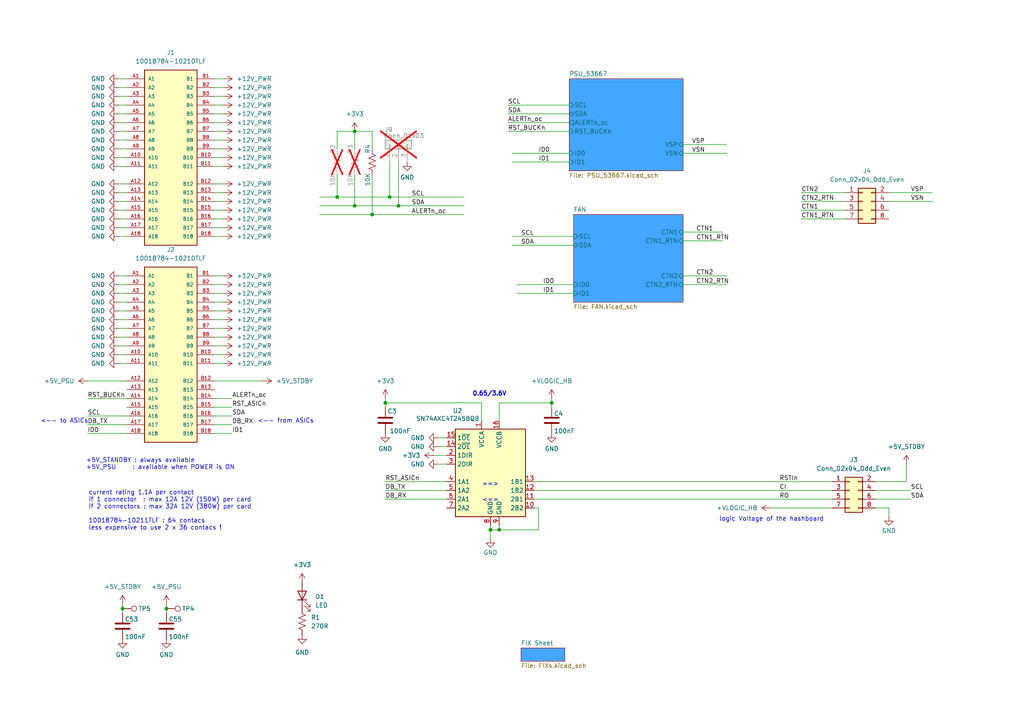
<source format=kicad_sch>
(kicad_sch (version 20231120) (generator "eeschema") (generator_version "8.0")
  (paper "A4")
  (lib_symbols
    (symbol "+3V3_1" (power) (pin_numbers hide) (pin_names (offset 0) hide)
      (property "Value" "+3V3" (at 0 3.556 0))
      (symbol "+3V3_1_0_1"
        (polyline (pts (xy -0.762 1.27) (xy 0 2.54)))
        (polyline (pts (xy 0 0) (xy 0 2.54)))
        (polyline (pts (xy 0 2.54) (xy 0.762 1.27)))
      )
      (symbol "+3V3_1_1_1"
        (pin power_in line (at 0 0 90) (length 0) (name "~") (number "1"))
      )
    )
    (symbol "10018784-10210TLF:10018784-10210TLF" (pin_names (offset 1.016))
      (property "Reference" "J" (at -7.6109 26.1679 0))
      (property "Value" "10018784-10210TLF" (at -7.6106 -28.0246 0))
      (symbol "10018784-10210TLF_0_0"
        (rectangle (start -7.62 -25.4) (end 7.62 25.4) (stroke (width 0.254)) (fill (type background)))
        (pin passive line (at -12.7 22.86 0) (length 5.08) (name "A1") (number "A1"))
        (pin passive line (at -12.7 0 0) (length 5.08) (name "A10") (number "A10"))
        (pin passive line (at -12.7 -2.54 0) (length 5.08) (name "A11") (number "A11"))
        (pin passive line (at -12.7 -7.62 0) (length 5.08) (name "A12") (number "A12"))
        (pin passive line (at -12.7 -10.16 0) (length 5.08) (name "A13") (number "A13"))
        (pin passive line (at -12.7 -12.7 0) (length 5.08) (name "A14") (number "A14"))
        (pin passive line (at -12.7 -15.24 0) (length 5.08) (name "A15") (number "A15"))
        (pin passive line (at -12.7 -17.78 0) (length 5.08) (name "A16") (number "A16"))
        (pin passive line (at -12.7 -20.32 0) (length 5.08) (name "A17") (number "A17"))
        (pin passive line (at -12.7 -22.86 0) (length 5.08) (name "A18") (number "A18"))
        (pin passive line (at -12.7 20.32 0) (length 5.08) (name "A2") (number "A2"))
        (pin passive line (at -12.7 17.78 0) (length 5.08) (name "A3") (number "A3"))
        (pin passive line (at -12.7 15.24 0) (length 5.08) (name "A4") (number "A4"))
        (pin passive line (at -12.7 12.7 0) (length 5.08) (name "A5") (number "A5"))
        (pin passive line (at -12.7 10.16 0) (length 5.08) (name "A6") (number "A6"))
        (pin passive line (at -12.7 7.62 0) (length 5.08) (name "A7") (number "A7"))
        (pin passive line (at -12.7 5.08 0) (length 5.08) (name "A8") (number "A8"))
        (pin passive line (at -12.7 2.54 0) (length 5.08) (name "A9") (number "A9"))
        (pin passive line (at 12.7 22.86 180) (length 5.08) (name "B1") (number "B1"))
        (pin passive line (at 12.7 0 180) (length 5.08) (name "B10") (number "B10"))
        (pin passive line (at 12.7 -2.54 180) (length 5.08) (name "B11") (number "B11"))
        (pin passive line (at 12.7 -7.62 180) (length 5.08) (name "B12") (number "B12"))
        (pin passive line (at 12.7 -10.16 180) (length 5.08) (name "B13") (number "B13"))
        (pin passive line (at 12.7 -12.7 180) (length 5.08) (name "B14") (number "B14"))
        (pin passive line (at 12.7 -15.24 180) (length 5.08) (name "B15") (number "B15"))
        (pin passive line (at 12.7 -17.78 180) (length 5.08) (name "B16") (number "B16"))
        (pin passive line (at 12.7 -20.32 180) (length 5.08) (name "B17") (number "B17"))
        (pin passive line (at 12.7 -22.86 180) (length 5.08) (name "B18") (number "B18"))
        (pin passive line (at 12.7 20.32 180) (length 5.08) (name "B2") (number "B2"))
        (pin passive line (at 12.7 17.78 180) (length 5.08) (name "B3") (number "B3"))
        (pin passive line (at 12.7 15.24 180) (length 5.08) (name "B4") (number "B4"))
        (pin passive line (at 12.7 12.7 180) (length 5.08) (name "B5") (number "B5"))
        (pin passive line (at 12.7 10.16 180) (length 5.08) (name "B6") (number "B6"))
        (pin passive line (at 12.7 7.62 180) (length 5.08) (name "B7") (number "B7"))
        (pin passive line (at 12.7 5.08 180) (length 5.08) (name "B8") (number "B8"))
        (pin passive line (at 12.7 2.54 180) (length 5.08) (name "B9") (number "B9"))
      )
    )
    (symbol "Connector:TestPoint" (pin_numbers hide) (pin_names (offset 0.762) hide)
      (property "Reference" "TP" (at 0 6.858 0))
      (property "Value" "TestPoint" (at 0 5.08 0))
      (symbol "TestPoint_0_1"
        (circle (center 0 3.302) (radius 0.762))
      )
      (symbol "TestPoint_1_1"
        (pin passive line (at 0 0 90) (length 2.54) (name "1") (number "1"))
      )
    )
    (symbol "Connector_Generic:Conn_01x03" (pin_names (offset 1.016) hide)
      (property "Reference" "J" (at 0 5.08 0))
      (property "Value" "Conn_01x03" (at 0 -5.08 0))
      (symbol "Conn_01x03_1_1"
        (rectangle (start -1.27 -2.413) (end 0 -2.667) (stroke (width 0.1524)))
        (rectangle (start -1.27 0.127) (end 0 -0.127) (stroke (width 0.1524)))
        (rectangle (start -1.27 2.667) (end 0 2.413) (stroke (width 0.1524)))
        (rectangle (start -1.27 3.81) (end 1.27 -3.81) (stroke (width 0.254)) (fill (type background)))
        (pin passive line (at -5.08 2.54 0) (length 3.81) (name "Pin_1") (number "1"))
        (pin passive line (at -5.08 0 0) (length 3.81) (name "Pin_2") (number "2"))
        (pin passive line (at -5.08 -2.54 0) (length 3.81) (name "Pin_3") (number "3"))
      )
    )
    (symbol "Connector_Generic:Conn_02x04_Odd_Even" (pin_names (offset 1.016) hide)
      (property "Reference" "J" (at 1.27 5.08 0))
      (property "Value" "Conn_02x04_Odd_Even" (at 1.27 -7.62 0))
      (symbol "Conn_02x04_Odd_Even_1_1"
        (rectangle (start -1.27 -4.953) (end 0 -5.207) (stroke (width 0.1524)))
        (rectangle (start -1.27 -2.413) (end 0 -2.667) (stroke (width 0.1524)))
        (rectangle (start -1.27 0.127) (end 0 -0.127) (stroke (width 0.1524)))
        (rectangle (start -1.27 2.667) (end 0 2.413) (stroke (width 0.1524)))
        (rectangle (start -1.27 3.81) (end 3.81 -6.35) (stroke (width 0.254)) (fill (type background)))
        (rectangle (start 3.81 -4.953) (end 2.54 -5.207) (stroke (width 0.1524)))
        (rectangle (start 3.81 -2.413) (end 2.54 -2.667) (stroke (width 0.1524)))
        (rectangle (start 3.81 0.127) (end 2.54 -0.127) (stroke (width 0.1524)))
        (rectangle (start 3.81 2.667) (end 2.54 2.413) (stroke (width 0.1524)))
        (pin passive line (at -5.08 2.54 0) (length 3.81) (name "Pin_1") (number "1"))
        (pin passive line (at 7.62 2.54 180) (length 3.81) (name "Pin_2") (number "2"))
        (pin passive line (at -5.08 0 0) (length 3.81) (name "Pin_3") (number "3"))
        (pin passive line (at 7.62 0 180) (length 3.81) (name "Pin_4") (number "4"))
        (pin passive line (at -5.08 -2.54 0) (length 3.81) (name "Pin_5") (number "5"))
        (pin passive line (at 7.62 -2.54 180) (length 3.81) (name "Pin_6") (number "6"))
        (pin passive line (at -5.08 -5.08 0) (length 3.81) (name "Pin_7") (number "7"))
        (pin passive line (at 7.62 -5.08 180) (length 3.81) (name "Pin_8") (number "8"))
      )
    )
    (symbol "Device:C" (pin_numbers hide) (pin_names (offset 0.254))
      (property "Reference" "C" (at 0.635 2.54 0))
      (property "Value" "C" (at 0.635 -2.54 0))
      (symbol "C_0_1"
        (polyline (pts (xy -2.032 -0.762) (xy 2.032 -0.762)) (stroke (width 0.508)))
        (polyline (pts (xy -2.032 0.762) (xy 2.032 0.762)) (stroke (width 0.508)))
      )
      (symbol "C_1_1"
        (pin passive line (at 0 3.81 270) (length 2.794) (name "~") (number "1"))
        (pin passive line (at 0 -3.81 90) (length 2.794) (name "~") (number "2"))
      )
    )
    (symbol "Device:LED" (pin_numbers hide) (pin_names (offset 1.016) hide)
      (property "Reference" "D" (at 0 2.54 0))
      (property "Value" "LED" (at 0 -2.54 0))
      (symbol "LED_0_1"
        (polyline (pts (xy -1.27 -1.27) (xy -1.27 1.27)) (stroke (width 0.254)))
        (polyline (pts (xy -1.27 0) (xy 1.27 0)))
        (polyline (pts (xy 1.27 -1.27) (xy 1.27 1.27) (xy -1.27 0) (xy 1.27 -1.27)) (stroke (width 0.254)))
        (polyline (pts (xy -3.048 -0.762) (xy -4.572 -2.286) (xy -3.81 -2.286) (xy -4.572 -2.286) (xy -4.572 -1.524)))
        (polyline (pts (xy -1.778 -0.762) (xy -3.302 -2.286) (xy -2.54 -2.286) (xy -3.302 -2.286) (xy -3.302 -1.524)))
      )
      (symbol "LED_1_1"
        (pin passive line (at -3.81 0 0) (length 2.54) (name "K") (number "1"))
        (pin passive line (at 3.81 0 180) (length 2.54) (name "A") (number "2"))
      )
    )
    (symbol "Device:R_US" (pin_numbers hide) (pin_names (offset 0))
      (property "Reference" "R" (at 2.54 0 90))
      (property "Value" "R_US" (at -2.54 0 90))
      (symbol "R_US_0_1"
        (polyline (pts (xy 0 -2.286) (xy 0 -2.54)))
        (polyline (pts (xy 0 2.286) (xy 0 2.54)))
        (polyline (pts (xy 0 -0.762) (xy 1.016 -1.143) (xy 0 -1.524) (xy -1.016 -1.905) (xy 0 -2.286)))
        (polyline (pts (xy 0 0.762) (xy 1.016 0.381) (xy 0 0) (xy -1.016 -0.381) (xy 0 -0.762)))
        (polyline (pts (xy 0 2.286) (xy 1.016 1.905) (xy 0 1.524) (xy -1.016 1.143) (xy 0 0.762)))
      )
      (symbol "R_US_1_1"
        (pin passive line (at 0 3.81 270) (length 1.27) (name "~") (number "1"))
        (pin passive line (at 0 -3.81 90) (length 1.27) (name "~") (number "2"))
      )
    )
    (symbol "EKO_Miner_ASIClib:SN74AXC4T245BQB"
      (property "Reference" "U" (at 6.604 16.002 0))
      (property "Value" "SN74AXC4T245BQB" (at 14.986 13.97 0))
      (symbol "SN74AXC4T245BQB_0_1"
        (rectangle (start -10.16 12.7) (end 10.16 -12.7) (stroke (width 0.254)) (fill (type background)))
      )
      (symbol "SN74AXC4T245BQB_1_1"
        (pin power_in line (at -2.54 15.24 270) (length 2.54) (name "VCCA") (number "1"))
        (pin bidirectional line (at 12.7 -10.16 180) (length 2.54) (name "2B2") (number "10"))
        (pin bidirectional line (at 12.7 -7.62 180) (length 2.54) (name "2B1") (number "11"))
        (pin bidirectional line (at 12.7 -5.08 180) (length 2.54) (name "1B2") (number "12"))
        (pin bidirectional line (at 12.7 -2.54 180) (length 2.54) (name "1B1") (number "13"))
        (pin input line (at -12.7 7.62 0) (length 2.54) (name "2~{OE}") (number "14"))
        (pin input line (at -12.7 10.16 0) (length 2.54) (name "1~{OE}") (number "15"))
        (pin power_in line (at 2.54 15.24 270) (length 2.54) (name "VCCB") (number "16"))
        (pin input line (at -12.7 5.08 0) (length 2.54) (name "1DIR") (number "2"))
        (pin input line (at -12.7 2.54 0) (length 2.54) (name "2DIR") (number "3"))
        (pin bidirectional line (at -12.7 -2.54 0) (length 2.54) (name "1A1") (number "4"))
        (pin bidirectional line (at -12.7 -5.08 0) (length 2.54) (name "1A2") (number "5"))
        (pin bidirectional line (at -12.7 -7.62 0) (length 2.54) (name "2A1") (number "6"))
        (pin bidirectional line (at -12.7 -10.16 0) (length 2.54) (name "2A2") (number "7"))
        (pin power_in line (at 0 -15.24 90) (length 2.54) (name "GND") (number "8"))
        (pin power_in line (at 2.54 -15.24 90) (length 2.54) (name "GND") (number "9"))
      )
    )
    (symbol "power:+3.3V" (power) (pin_names (offset 0))
      (property "Value" "+3.3V" (at 0 3.556 0))
      (symbol "+3.3V_0_1"
        (polyline (pts (xy -0.762 1.27) (xy 0 2.54)))
        (polyline (pts (xy 0 0) (xy 0 2.54)))
        (polyline (pts (xy 0 2.54) (xy 0.762 1.27)))
      )
      (symbol "+3.3V_1_1"
        (pin power_in line (at 0 0 90) (length 0) hide (name "+3.3V") (number "1"))
      )
    )
    (symbol "power:GND" (power) (pin_numbers hide) (pin_names (offset 0) hide)
      (property "Value" "GND" (at 0 -3.81 0))
      (symbol "GND_0_1"
        (polyline (pts (xy 0 0) (xy 0 -1.27) (xy 1.27 -1.27) (xy 0 -2.54) (xy -1.27 -1.27) (xy 0 -1.27)))
      )
      (symbol "GND_1_1"
        (pin power_in line (at 0 0 270) (length 0) (name "~") (number "1"))
      )
    )
    (symbol "power:VDD" (power) (pin_numbers hide) (pin_names (offset 0) hide)
      (property "Value" "VDD" (at 0 3.556 0))
      (symbol "VDD_0_1"
        (polyline (pts (xy -0.762 1.27) (xy 0 2.54)))
        (polyline (pts (xy 0 0) (xy 0 2.54)))
        (polyline (pts (xy 0 2.54) (xy 0.762 1.27)))
      )
      (symbol "VDD_1_1"
        (pin power_in line (at 0 0 90) (length 0) (name "~") (number "1"))
      )
    )
  )
  (junction (at 97.79 57.15))
  (junction (at 102.87 38.1))
  (junction (at 48.26 176.53))
  (junction (at 142.24 153.67))
  (junction (at 35.56 176.53))
  (junction (at 111.76 116.84))
  (junction (at 107.95 62.23))
  (junction (at 115.57 59.69))
  (junction (at 102.87 59.69))
  (junction (at 160.02 116.84))
  (junction (at 113.03 57.15))
  (junction (at 144.78 153.67))
  (wire (pts (xy 92.71 57.15) (xy 97.79 57.15)))
  (wire (pts (xy 129.54 132.08) (xy 125.73 132.08)))
  (wire (pts (xy 111.76 142.24) (xy 129.54 142.24)))
  (wire (pts (xy 62.23 33.02) (xy 64.77 33.02)))
  (wire (pts (xy 107.95 62.23) (xy 134.62 62.23)))
  (wire (pts (xy 107.95 50.8) (xy 107.95 62.23)))
  (wire (pts (xy 264.16 142.24) (xy 254 142.24)))
  (wire (pts (xy 62.23 43.18) (xy 64.77 43.18)))
  (wire (pts (xy 223.52 147.32) (xy 241.3 147.32)))
  (wire (pts (xy 25.4 110.49) (xy 36.83 110.49)))
  (wire (pts (xy 25.4 120.65) (xy 36.83 120.65)))
  (wire (pts (xy 34.29 102.87) (xy 36.83 102.87)))
  (wire (pts (xy 25.4 123.19) (xy 36.83 123.19)))
  (wire (pts (xy 64.77 92.71) (xy 62.23 92.71)))
  (wire (pts (xy 198.12 80.01) (xy 210.82 80.01)))
  (wire (pts (xy 62.23 60.96) (xy 64.77 60.96)))
  (wire (pts (xy 34.29 33.02) (xy 36.83 33.02)))
  (wire (pts (xy 148.59 68.58) (xy 166.37 68.58)))
  (wire (pts (xy 142.24 153.67) (xy 144.78 153.67)))
  (wire (pts (xy 34.29 100.33) (xy 36.83 100.33)))
  (wire (pts (xy 154.94 139.7) (xy 241.3 139.7)))
  (wire (pts (xy 264.16 144.78) (xy 254 144.78)))
  (wire (pts (xy 34.29 60.96) (xy 36.83 60.96)))
  (wire (pts (xy 34.29 87.63) (xy 36.83 87.63)))
  (wire (pts (xy 165.1 46.99) (xy 148.59 46.99)))
  (wire (pts (xy 64.77 87.63) (xy 62.23 87.63)))
  (wire (pts (xy 34.29 53.34) (xy 36.83 53.34)))
  (wire (pts (xy 34.29 45.72) (xy 36.83 45.72)))
  (wire (pts (xy 64.77 22.86) (xy 62.23 22.86)))
  (wire (pts (xy 34.29 55.88) (xy 36.83 55.88)))
  (wire (pts (xy 34.29 22.86) (xy 36.83 22.86)))
  (wire (pts (xy 198.12 41.91) (xy 210.82 41.91)))
  (wire (pts (xy 113.03 57.15) (xy 134.62 57.15)))
  (wire (pts (xy 111.76 118.11) (xy 111.76 116.84)))
  (wire (pts (xy 34.29 40.64) (xy 36.83 40.64)))
  (wire (pts (xy 111.76 144.78) (xy 129.54 144.78)))
  (wire (pts (xy 97.79 38.1) (xy 102.87 38.1)))
  (wire (pts (xy 144.78 116.84) (xy 144.78 121.92)))
  (wire (pts (xy 160.02 118.11) (xy 160.02 116.84)))
  (wire (pts (xy 34.29 90.17) (xy 36.83 90.17)))
  (wire (pts (xy 34.29 38.1) (xy 36.83 38.1)))
  (wire (pts (xy 142.24 153.67) (xy 142.24 156.21)))
  (wire (pts (xy 34.29 35.56) (xy 36.83 35.56)))
  (wire (pts (xy 62.23 110.49) (xy 76.2 110.49)))
  (wire (pts (xy 154.94 147.32) (xy 156.21 147.32)))
  (wire (pts (xy 64.77 63.5) (xy 62.23 63.5)))
  (wire (pts (xy 144.78 153.67) (xy 156.21 153.67)))
  (wire (pts (xy 198.12 69.85) (xy 209.55 69.85)))
  (wire (pts (xy 62.23 125.73) (xy 67.31 125.73)))
  (wire (pts (xy 64.77 30.48) (xy 62.23 30.48)))
  (wire (pts (xy 165.1 44.45) (xy 148.59 44.45)))
  (wire (pts (xy 64.77 45.72) (xy 62.23 45.72)))
  (wire (pts (xy 232.41 55.88) (xy 245.11 55.88)))
  (wire (pts (xy 34.29 80.01) (xy 36.83 80.01)))
  (wire (pts (xy 35.56 175.26) (xy 35.56 176.53)))
  (wire (pts (xy 115.57 46.99) (xy 115.57 59.69)))
  (wire (pts (xy 257.81 147.32) (xy 257.81 149.86)))
  (wire (pts (xy 232.41 63.5) (xy 245.11 63.5)))
  (wire (pts (xy 166.37 82.55) (xy 149.86 82.55)))
  (wire (pts (xy 34.29 27.94) (xy 36.83 27.94)))
  (wire (pts (xy 102.87 50.8) (xy 102.87 59.69)))
  (wire (pts (xy 147.32 30.48) (xy 165.1 30.48)))
  (wire (pts (xy 166.37 85.09) (xy 149.86 85.09)))
  (wire (pts (xy 62.23 25.4) (xy 64.77 25.4)))
  (wire (pts (xy 111.76 139.7) (xy 129.54 139.7)))
  (wire (pts (xy 102.87 38.1) (xy 102.87 43.18)))
  (wire (pts (xy 232.41 60.96) (xy 245.11 60.96)))
  (wire (pts (xy 34.29 97.79) (xy 36.83 97.79)))
  (wire (pts (xy 64.77 58.42) (xy 62.23 58.42)))
  (wire (pts (xy 34.29 85.09) (xy 36.83 85.09)))
  (wire (pts (xy 62.23 90.17) (xy 64.77 90.17)))
  (wire (pts (xy 62.23 120.65) (xy 67.31 120.65)))
  (wire (pts (xy 48.26 175.26) (xy 48.26 176.53)))
  (wire (pts (xy 154.94 142.24) (xy 241.3 142.24)))
  (wire (pts (xy 111.76 116.84) (xy 111.76 115.57)))
  (wire (pts (xy 129.54 129.54) (xy 127 129.54)))
  (wire (pts (xy 64.77 97.79) (xy 62.23 97.79)))
  (wire (pts (xy 257.81 58.42) (xy 270.51 58.42)))
  (wire (pts (xy 25.4 115.57) (xy 36.83 115.57)))
  (wire (pts (xy 64.77 40.64) (xy 62.23 40.64)))
  (wire (pts (xy 129.54 134.62) (xy 127 134.62)))
  (wire (pts (xy 102.87 59.69) (xy 115.57 59.69)))
  (wire (pts (xy 62.23 66.04) (xy 64.77 66.04)))
  (wire (pts (xy 62.23 115.57) (xy 67.31 115.57)))
  (wire (pts (xy 254 147.32) (xy 257.81 147.32)))
  (wire (pts (xy 142.24 152.4) (xy 142.24 153.67)))
  (wire (pts (xy 34.29 82.55) (xy 36.83 82.55)))
  (wire (pts (xy 62.23 95.25) (xy 64.77 95.25)))
  (wire (pts (xy 34.29 43.18) (xy 36.83 43.18)))
  (wire (pts (xy 62.23 105.41) (xy 64.77 105.41)))
  (wire (pts (xy 97.79 43.18) (xy 97.79 38.1)))
  (wire (pts (xy 97.79 57.15) (xy 113.03 57.15)))
  (wire (pts (xy 64.77 53.34) (xy 62.23 53.34)))
  (wire (pts (xy 147.32 35.56) (xy 165.1 35.56)))
  (wire (pts (xy 34.29 95.25) (xy 36.83 95.25)))
  (wire (pts (xy 154.94 144.78) (xy 241.3 144.78)))
  (wire (pts (xy 64.77 35.56) (xy 62.23 35.56)))
  (wire (pts (xy 198.12 67.31) (xy 209.55 67.31)))
  (wire (pts (xy 262.89 139.7) (xy 254 139.7)))
  (wire (pts (xy 34.29 58.42) (xy 36.83 58.42)))
  (wire (pts (xy 35.56 176.53) (xy 35.56 177.8)))
  (wire (pts (xy 262.89 134.62) (xy 262.89 139.7)))
  (wire (pts (xy 34.29 66.04) (xy 36.83 66.04)))
  (wire (pts (xy 111.76 116.84) (xy 139.7 116.84)))
  (wire (pts (xy 113.03 46.99) (xy 113.03 57.15)))
  (wire (pts (xy 156.21 147.32) (xy 156.21 153.67)))
  (wire (pts (xy 62.23 118.11) (xy 67.31 118.11)))
  (wire (pts (xy 147.32 33.02) (xy 165.1 33.02)))
  (wire (pts (xy 147.32 38.1) (xy 165.1 38.1)))
  (wire (pts (xy 48.26 176.53) (xy 48.26 177.8)))
  (wire (pts (xy 64.77 68.58) (xy 62.23 68.58)))
  (wire (pts (xy 198.12 44.45) (xy 210.82 44.45)))
  (wire (pts (xy 34.29 48.26) (xy 36.83 48.26)))
  (wire (pts (xy 160.02 116.84) (xy 160.02 115.57)))
  (wire (pts (xy 144.78 152.4) (xy 144.78 153.67)))
  (wire (pts (xy 139.7 121.92) (xy 139.7 116.84)))
  (wire (pts (xy 115.57 59.69) (xy 134.62 59.69)))
  (wire (pts (xy 62.23 100.33) (xy 64.77 100.33)))
  (wire (pts (xy 34.29 63.5) (xy 36.83 63.5)))
  (wire (pts (xy 257.81 55.88) (xy 270.51 55.88)))
  (wire (pts (xy 144.78 116.84) (xy 160.02 116.84)))
  (wire (pts (xy 34.29 68.58) (xy 36.83 68.58)))
  (wire (pts (xy 25.4 125.73) (xy 36.83 125.73)))
  (wire (pts (xy 62.23 38.1) (xy 64.77 38.1)))
  (wire (pts (xy 34.29 92.71) (xy 36.83 92.71)))
  (wire (pts (xy 62.23 48.26) (xy 64.77 48.26)))
  (wire (pts (xy 97.79 50.8) (xy 97.79 57.15)))
  (wire (pts (xy 198.12 82.55) (xy 210.82 82.55)))
  (wire (pts (xy 34.29 25.4) (xy 36.83 25.4)))
  (wire (pts (xy 62.23 82.55) (xy 64.77 82.55)))
  (wire (pts (xy 64.77 27.94) (xy 62.23 27.94)))
  (wire (pts (xy 62.23 55.88) (xy 64.77 55.88)))
  (wire (pts (xy 34.29 105.41) (xy 36.83 105.41)))
  (wire (pts (xy 148.59 71.12) (xy 166.37 71.12)))
  (wire (pts (xy 92.71 62.23) (xy 107.95 62.23)))
  (wire (pts (xy 62.23 123.19) (xy 67.31 123.19)))
  (wire (pts (xy 64.77 85.09) (xy 62.23 85.09)))
  (wire (pts (xy 92.71 59.69) (xy 102.87 59.69)))
  (wire (pts (xy 34.29 30.48) (xy 36.83 30.48)))
  (wire (pts (xy 107.95 38.1) (xy 107.95 43.18)))
  (wire (pts (xy 232.41 58.42) (xy 245.11 58.42)))
  (wire (pts (xy 64.77 80.01) (xy 62.23 80.01)))
  (wire (pts (xy 64.77 102.87) (xy 62.23 102.87)))
  (wire (pts (xy 127 127) (xy 129.54 127)))
  (wire (pts (xy 102.87 38.1) (xy 107.95 38.1)))
  (text "<-- from ASICs" (at 74.676 122.174 0) (effects (font (size 1.27 1.27)) (justify left)))
  (text "logic Voltage of the hashboard" (at 223.774 150.622 0) (effects (font (size 1.27 1.27))))
  (text "==>" (at 142.24 140.462 0) (effects (font (size 1.27 1.27))))
  (text "0.65/3.6V" (at 141.986 114.3 0) (effects (font (size 1.27 1.27) (bold yes))))
  (text "<==" (at 142.24 145.034 0) (effects (font (size 1.27 1.27))))
  (text "<-- to ASICs" (at 11.684 122.174 0) (effects (font (size 1.27 1.27)) (justify left)))
  (text "current rating 1.1A per contact\nif 1 connector  : max 12A 12V (150W) per card\nif 2 connectors : max 32A 12V (380W) per card\n\n10018784-10211TLF : 64 contacs\nless expensive to use 2 x 36 contacs !" (at 25.654 148.082 0) (effects (font (size 1.27 1.27)) (justify left)))
  (text "+5V_STANDBY : always available\n+5V_PSU     : available when POWER is ON" (at 24.892 134.62 0) (effects (font (size 1.27 1.27)) (justify left)))
  (label "RST_BUCKn" (at 25.4 115.57 0))
  (label "DB_RX" (at 111.76 144.78 0))
  (label "VSP" (at 264.16 55.88 0))
  (label "CTN1_RTN" (at 201.93 69.85 0))
  (label "SDA" (at 67.31 120.65 0))
  (label "SCL" (at 264.16 142.24 0))
  (label "SCL" (at 151.13 68.58 0))
  (label "RST_ASICn" (at 111.76 139.7 0))
  (label "VSP" (at 200.66 41.91 0))
  (label "ALERTn_oc" (at 147.32 35.56 0))
  (label "ALERTn_oc" (at 67.31 115.57 0))
  (label "ALERTn_oc" (at 119.38 62.23 0))
  (label "ID1" (at 156.21 46.99 0))
  (label "SCL" (at 25.4 120.65 0))
  (label "SDA" (at 147.32 33.02 0))
  (label "VSN" (at 200.66 44.45 0))
  (label "ID1" (at 157.48 85.09 0))
  (label "DB_TX" (at 111.76 142.24 0))
  (label "SCL" (at 119.38 57.15 0))
  (label "CTN1_RTN" (at 232.41 63.5 0))
  (label "ID1" (at 67.31 125.73 0))
  (label "CTN2_RTN" (at 232.41 58.42 0))
  (label "RST_ASICn" (at 67.31 118.11 0))
  (label "ID0" (at 25.4 125.73 0))
  (label "ID0" (at 157.48 82.55 0))
  (label "RSTIn" (at 226.06 139.7 0))
  (label "RST_BUCKn" (at 147.32 38.1 0))
  (label "CTN1" (at 232.41 60.96 0))
  (label "SDA" (at 119.38 59.69 0))
  (label "RO" (at 226.06 144.78 0))
  (label "SDA" (at 264.16 144.78 0))
  (label "CI" (at 226.06 142.24 0))
  (label "CTN2" (at 201.93 80.01 0))
  (label "DB_RX" (at 67.31 123.19 0))
  (label "ID0" (at 156.21 44.45 0))
  (label "CTN1" (at 201.93 67.31 0))
  (label "DB_TX" (at 25.4 123.19 0))
  (label "VSN" (at 264.16 58.42 0))
  (label "SDA" (at 151.13 71.12 0))
  (label "SCL" (at 147.32 30.48 0))
  (label "CTN2" (at 232.41 55.88 0))
  (label "CTN2_RTN" (at 201.93 82.55 0))
  (symbol (lib_id "power:+3.3V") (at 64.77 22.86 270) (unit 1)
    (property "Reference" "#PWR033" (effects (hide yes)))
    (property "Value" "+12V_PWR" (at 68.58 22.8599 90) (effects (justify left)))
  )
  (symbol (lib_id "Connector_Generic:Conn_02x04_Odd_Even") (at 250.19 58.42 0) (unit 1)
    (property "Reference" "J4" (at 251.46 49.53 0))
    (property "Value" "Conn_02x04_Odd_Even" (at 251.46 52.07 0))
    (property "Footprint" "Connector_Wuerth:Wuerth_WR-PHD_610008243021_SMD_2x04_P2.54mm_Vertical" (effects (hide yes)))
    (property "Description" "Generic connector, double row, 02x04, odd/even pin numbering scheme (row 1 odd numbers, row 2 even numbers), script generated (kicad-library-utils/schlib/autogen/connector/)" (effects (hide yes)))
  )
  (symbol (lib_id "power:GND") (at 34.29 48.26 270) (unit 1)
    (property "Reference" "#PWR012" (effects (hide yes)))
    (property "Value" "GND" (at 30.48 48.2599 90) (effects (justify right)))
    (property "Description" "Power symbol creates a global label with name \"GND\" , ground" (effects (hide yes)))
  )
  (symbol (lib_id "power:+3.3V") (at 64.77 27.94 270) (unit 1)
    (property "Reference" "#PWR035" (effects (hide yes)))
    (property "Value" "+12V_PWR" (at 68.58 27.9399 90) (effects (justify left)))
  )
  (symbol (lib_id "power:GND") (at 34.29 27.94 270) (unit 1)
    (property "Reference" "#PWR04" (effects (hide yes)))
    (property "Value" "GND" (at 30.48 27.9399 90) (effects (justify right)))
    (property "Description" "Power symbol creates a global label with name \"GND\" , ground" (effects (hide yes)))
  )
  (symbol (lib_id "power:GND") (at 34.29 25.4 270) (unit 1)
    (property "Reference" "#PWR03" (effects (hide yes)))
    (property "Value" "GND" (at 30.48 25.3999 90) (effects (justify right)))
    (property "Description" "Power symbol creates a global label with name \"GND\" , ground" (effects (hide yes)))
  )
  (symbol (lib_id "power:+3.3V") (at 64.77 60.96 270) (unit 1)
    (property "Reference" "#PWR047" (effects (hide yes)))
    (property "Value" "+12V_PWR" (at 68.58 60.9599 90) (effects (justify left)))
  )
  (symbol (lib_id "power:GND") (at 34.29 63.5 270) (unit 1)
    (property "Reference" "#PWR017" (effects (hide yes)))
    (property "Value" "GND" (at 30.48 63.4999 90) (effects (justify right)))
    (property "Description" "Power symbol creates a global label with name \"GND\" , ground" (effects (hide yes)))
  )
  (symbol (lib_id "power:+3.3V") (at 64.77 90.17 270) (unit 1)
    (property "Reference" "#PWR055" (effects (hide yes)))
    (property "Value" "+12V_PWR" (at 68.58 90.1699 90) (effects (justify left)))
  )
  (symbol (lib_id "power:+3.3V") (at 48.26 175.26 0) (unit 1)
    (property "Reference" "#PWR0130" (effects (hide yes)))
    (property "Value" "+5V_PSU" (at 48.26 170.18 0))
  )
  (symbol (lib_id "power:GND") (at 34.29 100.33 270) (unit 1)
    (property "Reference" "#PWR028" (effects (hide yes)))
    (property "Value" "GND" (at 30.48 100.3299 90) (effects (justify right)))
    (property "Description" "Power symbol creates a global label with name \"GND\" , ground" (effects (hide yes)))
  )
  (symbol (lib_id "power:GND") (at 34.29 33.02 270) (unit 1)
    (property "Reference" "#PWR06" (effects (hide yes)))
    (property "Value" "GND" (at 30.48 33.0199 90) (effects (justify right)))
    (property "Description" "Power symbol creates a global label with name \"GND\" , ground" (effects (hide yes)))
  )
  (symbol (lib_id "power:GND") (at 34.29 58.42 270) (unit 1)
    (property "Reference" "#PWR015" (effects (hide yes)))
    (property "Value" "GND" (at 30.48 58.4199 90) (effects (justify right)))
    (property "Description" "Power symbol creates a global label with name \"GND\" , ground" (effects (hide yes)))
  )
  (symbol (lib_id "power:GND") (at 111.76 125.73 0) (mirror y) (unit 1)
    (property "Reference" "#PWR070" (effects (hide yes)))
    (property "Value" "GND" (at 111.76 130.175 0))
  )
  (symbol (lib_id "power:GND") (at 257.81 149.86 0) (mirror y) (unit 1)
    (property "Reference" "#PWR080" (effects (hide yes)))
    (property "Value" "GND" (at 257.81 153.924 0))
    (property "Description" "Power symbol creates a global label with name \"GND\" , ground" (effects (hide yes)))
  )
  (symbol (lib_id "power:+3.3V") (at 262.89 134.62 0) (mirror y) (unit 1)
    (property "Reference" "#PWR081" (effects (hide yes)))
    (property "Value" "+5V_STDBY" (at 262.89 129.54 0))
  )
  (symbol (lib_id "power:GND") (at 127 134.62 270) (mirror x) (unit 1)
    (property "Reference" "#PWR075" (effects (hide yes)))
    (property "Value" "GND" (at 123.19 134.6199 90) (effects (justify right)))
  )
  (symbol (lib_id "power:+3.3V") (at 64.77 48.26 270) (unit 1)
    (property "Reference" "#PWR043" (effects (hide yes)))
    (property "Value" "+12V_PWR" (at 68.58 48.2599 90) (effects (justify left)))
  )
  (symbol (lib_id "power:GND") (at 48.26 185.42 0) (mirror y) (unit 1)
    (property "Reference" "#PWR0127" (effects (hide yes)))
    (property "Value" "GND" (at 48.26 189.865 0))
  )
  (symbol (lib_id "power:GND") (at 34.29 30.48 270) (unit 1)
    (property "Reference" "#PWR05" (effects (hide yes)))
    (property "Value" "GND" (at 30.48 30.4799 90) (effects (justify right)))
    (property "Description" "Power symbol creates a global label with name \"GND\" , ground" (effects (hide yes)))
  )
  (symbol (lib_id "power:+3.3V") (at 64.77 25.4 270) (unit 1)
    (property "Reference" "#PWR034" (effects (hide yes)))
    (property "Value" "+12V_PWR" (at 68.58 25.3999 90) (effects (justify left)))
  )
  (symbol (lib_id "power:+3.3V") (at 64.77 58.42 270) (unit 1)
    (property "Reference" "#PWR046" (effects (hide yes)))
    (property "Value" "+12V_PWR" (at 68.58 58.4199 90) (effects (justify left)))
  )
  (symbol (lib_id "power:+3.3V") (at 64.77 85.09 270) (unit 1)
    (property "Reference" "#PWR053" (effects (hide yes)))
    (property "Value" "+12V_PWR" (at 68.58 85.0899 90) (effects (justify left)))
  )
  (symbol (lib_id "power:+3.3V") (at 64.77 33.02 270) (unit 1)
    (property "Reference" "#PWR037" (effects (hide yes)))
    (property "Value" "+12V_PWR" (at 68.58 33.0199 90) (effects (justify left)))
  )
  (symbol (lib_id "Device:R_US") (at 107.95 46.99 180) (unit 1)
    (property "Reference" "R4" (at 106.68 43.18 90))
    (property "Value" "10K" (at 106.68 52.07 90))
    (property "Footprint" "Resistor_SMD:R_0805_2012Metric" (effects (hide yes)))
  )
  (symbol (lib_id "power:GND") (at 87.63 184.15 0) (unit 1)
    (property "Reference" "#PWR067" (effects (hide yes)))
    (property "Value" "GND" (at 87.63 189.23 0))
    (property "Description" "Power symbol creates a global label with name \"GND\" , ground" (effects (hide yes)))
  )
  (symbol (lib_id "power:+3.3V") (at 64.77 87.63 270) (unit 1)
    (property "Reference" "#PWR054" (effects (hide yes)))
    (property "Value" "+12V_PWR" (at 68.58 87.6299 90) (effects (justify left)))
  )
  (symbol (lib_id "power:+3.3V") (at 64.77 66.04 270) (unit 1)
    (property "Reference" "#PWR049" (effects (hide yes)))
    (property "Value" "+12V_PWR" (at 68.58 66.0399 90) (effects (justify left)))
  )
  (symbol (lib_id "Device:C") (at 160.02 121.92 0) (unit 1)
    (property "Reference" "C4" (at 160.655 120.65 0) (effects (justify left bottom)))
    (property "Value" "100nF" (at 160.655 125.73 0) (effects (justify left bottom)))
    (property "Footprint" "Capacitor_SMD:C_0805_2012Metric" (effects (hide yes)))
    (property "P/N MOUSER" "791-SH21B104K101CT" (effects (hide yes)))
  )
  (symbol (lib_id "power:GND") (at 34.29 55.88 270) (unit 1)
    (property "Reference" "#PWR014" (effects (hide yes)))
    (property "Value" "GND" (at 30.48 55.8799 90) (effects (justify right)))
    (property "Description" "Power symbol creates a global label with name \"GND\" , ground" (effects (hide yes)))
  )
  (symbol (lib_id "Connector_Generic:Conn_02x04_Odd_Even") (at 246.38 142.24 0) (unit 1)
    (property "Reference" "J3" (at 247.65 133.35 0))
    (property "Value" "Conn_02x04_Odd_Even" (at 247.65 135.89 0))
    (property "Footprint" "Connector_Wuerth:Wuerth_WR-PHD_610008243021_SMD_2x04_P2.54mm_Vertical" (effects (hide yes)))
    (property "Description" "Generic connector, double row, 02x04, odd/even pin numbering scheme (row 1 odd numbers, row 2 even numbers), script generated (kicad-library-utils/schlib/autogen/connector/)" (effects (hide yes)))
  )
  (symbol (lib_id "power:+3.3V") (at 64.77 40.64 270) (unit 1)
    (property "Reference" "#PWR040" (effects (hide yes)))
    (property "Value" "+12V_PWR" (at 68.58 40.6399 90) (effects (justify left)))
  )
  (symbol (lib_id "Connector_Generic:Conn_01x03") (at 115.57 41.91 90) (unit 1) (dnp yes)
    (property "Reference" "J9" (at 111.506 37.592 90) (effects (justify right)))
    (property "Value" "Conn_01x03" (at 111.252 39.37 90) (effects (justify right)))
    (property "Footprint" "Connector_PinHeader_2.54mm:PinHeader_1x03_P2.54mm_Vertical" (effects (hide yes)))
    (property "Description" "Generic connector, single row, 01x03, script generated (kicad-library-utils/schlib/autogen/connector/)" (effects (hide yes)))
  )
  (symbol (lib_id "power:GND") (at 34.29 80.01 270) (unit 1)
    (property "Reference" "#PWR020" (effects (hide yes)))
    (property "Value" "GND" (at 30.48 80.0099 90) (effects (justify right)))
    (property "Description" "Power symbol creates a global label with name \"GND\" , ground" (effects (hide yes)))
  )
  (symbol (lib_id "power:+3.3V") (at 64.77 38.1 270) (unit 1)
    (property "Reference" "#PWR039" (effects (hide yes)))
    (property "Value" "+12V_PWR" (at 68.58 38.0999 90) (effects (justify left)))
  )
  (symbol (lib_id "power:+3.3V") (at 64.77 45.72 270) (unit 1)
    (property "Reference" "#PWR042" (effects (hide yes)))
    (property "Value" "+12V_PWR" (at 68.58 45.7199 90) (effects (justify left)))
  )
  (symbol (lib_id "Connector:TestPoint") (at 35.56 176.53 270) (mirror x) (unit 1) (in_bom no)
    (property "Reference" "TP5" (at 41.91 176.53 90))
    (property "Value" "TestPoint" (effects (hide yes)))
    (property "Footprint" "TestPoint:TestPoint_Pad_D1.0mm" (effects (hide yes)))
  )
  (symbol (lib_id "Device:R_US") (at 87.63 180.34 180) (unit 1)
    (property "Reference" "R1" (at 90.17 179.0699 0) (effects (justify right)))
    (property "Value" "270R" (at 90.17 181.6099 0) (effects (justify right)))
    (property "Footprint" "Resistor_SMD:R_0805_2012Metric" (effects (hide yes)))
  )
  (symbol (lib_id "power:+3.3V") (at 64.77 95.25 270) (unit 1)
    (property "Reference" "#PWR057" (effects (hide yes)))
    (property "Value" "+12V_PWR" (at 68.58 95.2499 90) (effects (justify left)))
  )
  (symbol (lib_id "Device:LED") (at 87.63 172.72 90) (unit 1)
    (property "Reference" "D1" (at 91.44 173.0374 90) (effects (justify right)))
    (property "Value" "LED" (at 91.44 175.5774 90) (effects (justify right)))
    (property "Footprint" "LED_SMD:LED_0805_2012Metric_Pad1.15x1.40mm_HandSolder" (effects (hide yes)))
    (property "Description" "Light emitting diode" (effects (hide yes)))
  )
  (symbol (lib_id "power:GND") (at 35.56 185.42 0) (mirror y) (unit 1)
    (property "Reference" "#PWR0129" (effects (hide yes)))
    (property "Value" "GND" (at 35.56 189.865 0))
  )
  (symbol (lib_id "power:GND") (at 34.29 60.96 270) (unit 1)
    (property "Reference" "#PWR016" (effects (hide yes)))
    (property "Value" "GND" (at 30.48 60.9599 90) (effects (justify right)))
    (property "Description" "Power symbol creates a global label with name \"GND\" , ground" (effects (hide yes)))
  )
  (symbol (lib_id "Connector:TestPoint") (at 48.26 176.53 270) (mirror x) (unit 1) (in_bom no)
    (property "Reference" "TP4" (at 54.61 176.53 90))
    (property "Value" "TestPoint" (effects (hide yes)))
    (property "Footprint" "TestPoint:TestPoint_Pad_D1.0mm" (effects (hide yes)))
  )
  (symbol (lib_name "+3V3_1") (lib_id "power:+3V3") (at 87.63 168.91 0) (mirror y) (unit 1)
    (property "Reference" "#PWR066" (effects (hide yes)))
    (property "Value" "+3V3" (at 87.63 163.83 0))
    (property "Description" "Power symbol creates a global label with name \"+3V3\"" (effects (hide yes)))
  )
  (symbol (lib_id "Device:C") (at 35.56 181.61 0) (unit 1)
    (property "Reference" "C53" (at 36.195 180.34 0) (effects (justify left bottom)))
    (property "Value" "100nF" (at 36.195 185.42 0) (effects (justify left bottom)))
    (property "Footprint" "Capacitor_SMD:C_0805_2012Metric" (effects (hide yes)))
    (property "P/N MOUSER" "791-SH21B104K101CT" (effects (hide yes)))
  )
  (symbol (lib_id "power:GND") (at 127 129.54 270) (mirror x) (unit 1)
    (property "Reference" "#PWR074" (effects (hide yes)))
    (property "Value" "GND" (at 123.19 129.5399 90) (effects (justify right)))
  )
  (symbol (lib_id "Device:R_US") (at 97.79 46.99 180) (unit 1) (dnp yes)
    (property "Reference" "R2" (at 96.52 43.18 90))
    (property "Value" "10K" (at 96.52 52.07 90))
    (property "Footprint" "Resistor_SMD:R_0805_2012Metric" (effects (hide yes)))
  )
  (symbol (lib_id "power:GND") (at 34.29 90.17 270) (unit 1)
    (property "Reference" "#PWR024" (effects (hide yes)))
    (property "Value" "GND" (at 30.48 90.1699 90) (effects (justify right)))
    (property "Description" "Power symbol creates a global label with name \"GND\" , ground" (effects (hide yes)))
  )
  (symbol (lib_id "power:+3.3V") (at 64.77 53.34 270) (unit 1)
    (property "Reference" "#PWR044" (effects (hide yes)))
    (property "Value" "+12V_PWR" (at 68.58 53.3399 90) (effects (justify left)))
  )
  (symbol (lib_id "power:+3.3V") (at 76.2 110.49 270) (unit 1)
    (property "Reference" "#PWR063" (effects (hide yes)))
    (property "Value" "+5V_STDBY" (at 80.01 110.4899 90) (effects (justify left)))
  )
  (symbol (lib_id "power:+3.3V") (at 64.77 80.01 270) (unit 1)
    (property "Reference" "#PWR051" (effects (hide yes)))
    (property "Value" "+12V_PWR" (at 68.58 80.0099 90) (effects (justify left)))
  )
  (symbol (lib_id "power:+3.3V") (at 64.77 68.58 270) (unit 1)
    (property "Reference" "#PWR050" (effects (hide yes)))
    (property "Value" "+12V_PWR" (at 68.58 68.5799 90) (effects (justify left)))
  )
  (symbol (lib_id "power:GND") (at 34.29 35.56 270) (unit 1)
    (property "Reference" "#PWR07" (effects (hide yes)))
    (property "Value" "GND" (at 30.48 35.5599 90) (effects (justify right)))
    (property "Description" "Power symbol creates a global label with name \"GND\" , ground" (effects (hide yes)))
  )
  (symbol (lib_id "power:GND") (at 142.24 156.21 0) (unit 1)
    (property "Reference" "#PWR076" (effects (hide yes)))
    (property "Value" "GND" (at 142.24 160.274 0))
    (property "Description" "Power symbol creates a global label with name \"GND\" , ground" (effects (hide yes)))
  )
  (symbol (lib_name "+3V3_1") (lib_id "power:+3V3") (at 111.76 115.57 0) (mirror y) (unit 1)
    (property "Reference" "#PWR031" (effects (hide yes)))
    (property "Value" "+3V3" (at 111.76 110.49 0))
    (property "Description" "Power symbol creates a global label with name \"+3V3\"" (effects (hide yes)))
  )
  (symbol (lib_id "power:+3.3V") (at 64.77 82.55 270) (unit 1)
    (property "Reference" "#PWR052" (effects (hide yes)))
    (property "Value" "+12V_PWR" (at 68.58 82.5499 90) (effects (justify left)))
  )
  (symbol (lib_id "power:GND") (at 34.29 92.71 270) (unit 1)
    (property "Reference" "#PWR025" (effects (hide yes)))
    (property "Value" "GND" (at 30.48 92.7099 90) (effects (justify right)))
    (property "Description" "Power symbol creates a global label with name \"GND\" , ground" (effects (hide yes)))
  )
  (symbol (lib_id "power:VDD") (at 160.02 115.57 0) (unit 1)
    (property "Reference" "#PWR077" (effects (hide yes)))
    (property "Value" "+VLOGIC_HB" (at 160.02 110.49 0))
    (property "Description" "Power symbol creates a global label with name \"VDD\"" (effects (hide yes)))
  )
  (symbol (lib_id "power:+3.3V") (at 64.77 55.88 270) (unit 1)
    (property "Reference" "#PWR045" (effects (hide yes)))
    (property "Value" "+12V_PWR" (at 68.58 55.8799 90) (effects (justify left)))
  )
  (symbol (lib_id "Device:R_US") (at 102.87 46.99 180) (unit 1) (dnp yes)
    (property "Reference" "R3" (at 101.6 43.18 90))
    (property "Value" "10K" (at 101.6 52.07 90))
    (property "Footprint" "Resistor_SMD:R_0805_2012Metric" (effects (hide yes)))
  )
  (symbol (lib_id "power:+3.3V") (at 64.77 100.33 270) (unit 1)
    (property "Reference" "#PWR059" (effects (hide yes)))
    (property "Value" "+12V_PWR" (at 68.58 100.3299 90) (effects (justify left)))
  )
  (symbol (lib_id "power:GND") (at 34.29 97.79 270) (unit 1)
    (property "Reference" "#PWR027" (effects (hide yes)))
    (property "Value" "GND" (at 30.48 97.7899 90) (effects (justify right)))
    (property "Description" "Power symbol creates a global label with name \"GND\" , ground" (effects (hide yes)))
  )
  (symbol (lib_id "power:+3.3V") (at 64.77 92.71 270) (unit 1)
    (property "Reference" "#PWR056" (effects (hide yes)))
    (property "Value" "+12V_PWR" (at 68.58 92.7099 90) (effects (justify left)))
  )
  (symbol (lib_id "power:GND") (at 34.29 95.25 270) (unit 1)
    (property "Reference" "#PWR026" (effects (hide yes)))
    (property "Value" "GND" (at 30.48 95.2499 90) (effects (justify right)))
    (property "Description" "Power symbol creates a global label with name \"GND\" , ground" (effects (hide yes)))
  )
  (symbol (lib_id "power:+3.3V") (at 64.77 105.41 270) (unit 1)
    (property "Reference" "#PWR061" (effects (hide yes)))
    (property "Value" "+12V_PWR" (at 68.58 105.4099 90) (effects (justify left)))
  )
  (symbol (lib_id "power:GND") (at 34.29 66.04 270) (unit 1)
    (property "Reference" "#PWR018" (effects (hide yes)))
    (property "Value" "GND" (at 30.48 66.0399 90) (effects (justify right)))
    (property "Description" "Power symbol creates a global label with name \"GND\" , ground" (effects (hide yes)))
  )
  (symbol (lib_id "power:GND") (at 160.02 125.73 0) (mirror y) (unit 1)
    (property "Reference" "#PWR078" (effects (hide yes)))
    (property "Value" "GND" (at 160.02 130.175 0))
  )
  (symbol (lib_id "power:GND") (at 34.29 68.58 270) (unit 1)
    (property "Reference" "#PWR019" (effects (hide yes)))
    (property "Value" "GND" (at 30.48 68.5799 90) (effects (justify right)))
    (property "Description" "Power symbol creates a global label with name \"GND\" , ground" (effects (hide yes)))
  )
  (symbol (lib_id "power:GND") (at 127 127 270) (mirror x) (unit 1)
    (property "Reference" "#PWR073" (effects (hide yes)))
    (property "Value" "GND" (at 123.19 126.9999 90) (effects (justify right)))
  )
  (symbol (lib_id "power:GND") (at 34.29 87.63 270) (unit 1)
    (property "Reference" "#PWR023" (effects (hide yes)))
    (property "Value" "GND" (at 30.48 87.6299 90) (effects (justify right)))
    (property "Description" "Power symbol creates a global label with name \"GND\" , ground" (effects (hide yes)))
  )
  (symbol (lib_id "power:GND") (at 34.29 105.41 270) (unit 1)
    (property "Reference" "#PWR030" (effects (hide yes)))
    (property "Value" "GND" (at 30.48 105.4099 90) (effects (justify right)))
    (property "Description" "Power symbol creates a global label with name \"GND\" , ground" (effects (hide yes)))
  )
  (symbol (lib_id "power:+3.3V") (at 64.77 30.48 270) (unit 1)
    (property "Reference" "#PWR036" (effects (hide yes)))
    (property "Value" "+12V_PWR" (at 68.58 30.4799 90) (effects (justify left)))
  )
  (symbol (lib_id "Device:C") (at 111.76 121.92 0) (unit 1)
    (property "Reference" "C3" (at 112.395 120.015 0) (effects (justify left bottom)))
    (property "Value" "100nF" (at 113.03 125.73 0) (effects (justify left bottom)))
    (property "Footprint" "Capacitor_SMD:C_0805_2012Metric" (effects (hide yes)))
    (property "P/N MOUSER" "791-SH21B104K101CT" (effects (hide yes)))
  )
  (symbol (lib_id "10018784-10210TLF:10018784-10210TLF") (at 49.53 102.87 0) (unit 1)
    (property "Reference" "J2" (at 49.53 72.39 0))
    (property "Value" "10018784-10210TLF" (at 49.53 74.93 0))
    (property "Footprint" "Connector_PCBEdge:BUS_PCIexpress_x1" (effects (hide yes)))
    (property "Description" "https://www.snapeda.com/parts/10018784-10210TLF/Amphenol%20ICC/datasheet/" (effects (hide yes)))
    (property "MF" "Amphenol ICC" (effects (hide yes)))
    (property "Description_1" "\n36 Position Female Connector PCI Express™ Gold 0.039 (1.00mm) Black\n" (effects (hide yes)))
    (property "Package" "None" (effects (hide yes)))
    (property "Price" "None" (effects (hide yes)))
    (property "Check_prices" "https://www.snapeda.com/parts/10018784-10210TLF/Amphenol+FCI/view-part/?ref=eda" (effects (hide yes)))
    (property "STANDARD" "Manufacturer Recommendations" (effects (hide yes)))
    (property "PARTREV" "S" (effects (hide yes)))
    (property "MP" "10018784-10210TLF" (effects (hide yes)))
    (property "Purchase-URL" "https://www.snapeda.com/api/url_track_click_mouser/?unipart_id=520950&manufacturer=Amphenol ICC&part_name=10018784-10210TLF&search_term=10018784-10210tlf" (effects (hide yes)))
  )
  (symbol (lib_id "10018784-10210TLF:10018784-10210TLF") (at 49.53 45.72 0) (unit 1)
    (property "Reference" "J1" (at 49.53 15.24 0))
    (property "Value" "10018784-10210TLF" (at 49.53 17.78 0))
    (property "Footprint" "Connector_PCBEdge:BUS_PCIexpress_x1" (effects (hide yes)))
    (property "Description" "https://www.snapeda.com/parts/10018784-10210TLF/Amphenol%20ICC/datasheet/" (effects (hide yes)))
    (property "MF" "Amphenol ICC" (effects (hide yes)))
    (property "Description_1" "\n36 Position Female Connector PCI Express™ Gold 0.039 (1.00mm) Black\n" (effects (hide yes)))
    (property "Package" "None" (effects (hide yes)))
    (property "Price" "None" (effects (hide yes)))
    (property "Check_prices" "https://www.snapeda.com/parts/10018784-10210TLF/Amphenol+FCI/view-part/?ref=eda" (effects (hide yes)))
    (property "STANDARD" "Manufacturer Recommendations" (effects (hide yes)))
    (property "PARTREV" "S" (effects (hide yes)))
    (property "MP" "10018784-10210TLF" (effects (hide yes)))
    (property "Purchase-URL" "https://www.snapeda.com/api/url_track_click_mouser/?unipart_id=520950&manufacturer=Amphenol ICC&part_name=10018784-10210TLF&search_term=10018784-10210tlf" (effects (hide yes)))
  )
  (symbol (lib_id "power:GND") (at 118.11 46.99 0) (mirror y) (unit 1)
    (property "Reference" "#PWR071" (effects (hide yes)))
    (property "Value" "GND" (at 118.11 51.435 0))
  )
  (symbol (lib_id "power:GND") (at 34.29 43.18 270) (unit 1)
    (property "Reference" "#PWR010" (effects (hide yes)))
    (property "Value" "GND" (at 30.48 43.1799 90) (effects (justify right)))
    (property "Description" "Power symbol creates a global label with name \"GND\" , ground" (effects (hide yes)))
  )
  (symbol (lib_id "power:GND") (at 34.29 53.34 270) (unit 1)
    (property "Reference" "#PWR013" (effects (hide yes)))
    (property "Value" "GND" (at 30.48 53.3399 90) (effects (justify right)))
    (property "Description" "Power symbol creates a global label with name \"GND\" , ground" (effects (hide yes)))
  )
  (symbol (lib_id "power:VDD") (at 223.52 147.32 90) (unit 1)
    (property "Reference" "#PWR079" (effects (hide yes)))
    (property "Value" "+VLOGIC_HB" (at 219.71 147.3199 90) (effects (justify left)))
    (property "Description" "Power symbol creates a global label with name \"VDD\"" (effects (hide yes)))
  )
  (symbol (lib_id "power:GND") (at 34.29 102.87 270) (unit 1)
    (property "Reference" "#PWR029" (effects (hide yes)))
    (property "Value" "GND" (at 30.48 102.8699 90) (effects (justify right)))
    (property "Description" "Power symbol creates a global label with name \"GND\" , ground" (effects (hide yes)))
  )
  (symbol (lib_id "power:+3.3V") (at 64.77 43.18 270) (unit 1)
    (property "Reference" "#PWR041" (effects (hide yes)))
    (property "Value" "+12V_PWR" (at 68.58 43.1799 90) (effects (justify left)))
  )
  (symbol (lib_id "power:+3.3V") (at 64.77 63.5 270) (unit 1)
    (property "Reference" "#PWR048" (effects (hide yes)))
    (property "Value" "+12V_PWR" (at 68.58 63.4999 90) (effects (justify left)))
  )
  (symbol (lib_id "power:GND") (at 34.29 22.86 270) (unit 1)
    (property "Reference" "#PWR02" (effects (hide yes)))
    (property "Value" "GND" (at 30.48 22.8599 90) (effects (justify right)))
    (property "Description" "Power symbol creates a global label with name \"GND\" , ground" (effects (hide yes)))
  )
  (symbol (lib_id "EKO_Miner_ASIClib:SN74AXC4T245BQB") (at 142.24 137.16 0) (unit 1)
    (property "Reference" "U2" (at 131.318 119.126 0) (effects (justify left)))
    (property "Value" "SN74AXC4T245BQB" (at 120.65 121.412 0) (effects (justify left)))
    (property "Footprint" "EKO_Miner_ASIClib:QFN50P350X250X80-17N" (effects (hide yes)))
    (property "Datasheet" "https://www.ti.com/lit/ds/symlink/sn74avc4t245.pdf" (effects (hide yes)))
    (property "Description" "4-Bit Dual-Supply Bus Transceiver With Configurable Voltage Translation and 3-State Outputs, WQFN16" (effects (hide yes)))
  )
  (symbol (lib_id "Device:C") (at 48.26 181.61 0) (unit 1)
    (property "Reference" "C55" (at 48.895 180.34 0) (effects (justify left bottom)))
    (property "Value" "100nF" (at 48.895 185.42 0) (effects (justify left bottom)))
    (property "Footprint" "Capacitor_SMD:C_0805_2012Metric" (effects (hide yes)))
    (property "P/N MOUSER" "791-SH21B104K101CT" (effects (hide yes)))
  )
  (symbol (lib_id "power:GND") (at 34.29 38.1 270) (unit 1)
    (property "Reference" "#PWR08" (effects (hide yes)))
    (property "Value" "GND" (at 30.48 38.0999 90) (effects (justify right)))
    (property "Description" "Power symbol creates a global label with name \"GND\" , ground" (effects (hide yes)))
  )
  (symbol (lib_id "power:+3.3V") (at 64.77 97.79 270) (unit 1)
    (property "Reference" "#PWR058" (effects (hide yes)))
    (property "Value" "+12V_PWR" (at 68.58 97.7899 90) (effects (justify left)))
  )
  (symbol (lib_id "power:GND") (at 34.29 45.72 270) (unit 1)
    (property "Reference" "#PWR011" (effects (hide yes)))
    (property "Value" "GND" (at 30.48 45.7199 90) (effects (justify right)))
    (property "Description" "Power symbol creates a global label with name \"GND\" , ground" (effects (hide yes)))
  )
  (symbol (lib_name "+3V3_1") (lib_id "power:+3V3") (at 102.87 38.1 0) (mirror y) (unit 1)
    (property "Reference" "#PWR068" (effects (hide yes)))
    (property "Value" "+3V3" (at 102.87 33.02 0))
    (property "Description" "Power symbol creates a global label with name \"+3V3\"" (effects (hide yes)))
  )
  (symbol (lib_id "power:+3.3V") (at 64.77 102.87 270) (unit 1)
    (property "Reference" "#PWR060" (effects (hide yes)))
    (property "Value" "+12V_PWR" (at 68.58 102.8699 90) (effects (justify left)))
  )
  (symbol (lib_id "power:GND") (at 34.29 85.09 270) (unit 1)
    (property "Reference" "#PWR022" (effects (hide yes)))
    (property "Value" "GND" (at 30.48 85.0899 90) (effects (justify right)))
    (property "Description" "Power symbol creates a global label with name \"GND\" , ground" (effects (hide yes)))
  )
  (symbol (lib_id "power:+3.3V") (at 35.56 175.26 0) (unit 1)
    (property "Reference" "#PWR0133" (effects (hide yes)))
    (property "Value" "+5V_STDBY" (at 35.56 170.18 0))
  )
  (symbol (lib_id "power:+3.3V") (at 25.4 110.49 90) (unit 1)
    (property "Reference" "#PWR01" (effects (hide yes)))
    (property "Value" "+5V_PSU" (at 21.59 110.4899 90) (effects (justify left)))
  )
  (symbol (lib_id "power:GND") (at 34.29 40.64 270) (unit 1)
    (property "Reference" "#PWR09" (effects (hide yes)))
    (property "Value" "GND" (at 30.48 40.6399 90) (effects (justify right)))
    (property "Description" "Power symbol creates a global label with name \"GND\" , ground" (effects (hide yes)))
  )
  (symbol (lib_id "power:+3.3V") (at 64.77 35.56 270) (unit 1)
    (property "Reference" "#PWR038" (effects (hide yes)))
    (property "Value" "+12V_PWR" (at 68.58 35.5599 90) (effects (justify left)))
  )
  (symbol (lib_id "power:GND") (at 34.29 82.55 270) (unit 1)
    (property "Reference" "#PWR021" (effects (hide yes)))
    (property "Value" "GND" (at 30.48 82.5499 90) (effects (justify right)))
    (property "Description" "Power symbol creates a global label with name \"GND\" , ground" (effects (hide yes)))
  )
  (symbol (lib_name "+3V3_1") (lib_id "power:+3V3") (at 125.73 132.08 90) (mirror x) (unit 1)
    (property "Reference" "#PWR072" (effects (hide yes)))
    (property "Value" "+3V3" (at 121.92 132.0799 90) (effects (justify left)))
    (property "Description" "Power symbol creates a global label with name \"+3V3\"" (effects (hide yes)))
  )
  (sheet (at 151.13 187.96) (size 12.7 3.81) (stroke (width 0.1524)) (fill (color 67 166 255 1.0000))
    (property "Sheetname" "FIX Sheet" (at 151.13 187.2484 0) (effects (justify left bottom)))
    (property "Sheetfile" "FIXs.kicad_sch" (at 151.13 192.3546 0) (effects (justify left top)))
  )
  (sheet (at 166.37 62.23) (size 31.75 25.4) (stroke (width 0.1524)) (fill (color 67 166 255 1.0000))
    (property "Sheetname" "FAN" (at 166.37 61.5184 0) (effects (justify left bottom)))
    (property "Sheetfile" "FAN.kicad_sch" (at 166.37 88.2146 0) (effects (justify left top)))
    (pin "SDA" bidirectional (at 166.37 71.12 180))
    (pin "ID0" input (at 166.37 82.55 180))
    (pin "SCL" input (at 166.37 68.58 180))
    (pin "ID1" input (at 166.37 85.09 180))
    (pin "CTN1" input (at 198.12 67.31 0))
    (pin "CTN2" input (at 198.12 80.01 0))
    (pin "CTN1_RTN" input (at 198.12 69.85 0))
    (pin "CTN2_RTN" input (at 198.12 82.55 0))
  )
  (sheet (at 165.1 22.86) (size 33.02 26.67) (stroke (width 0.1524)) (fill (color 67 166 255 1.0000))
    (property "Sheetname" "PSU_53667" (at 165.1 22.1484 0) (effects (justify left bottom)))
    (property "Sheetfile" "PSU_53667.kicad_sch" (at 165.1 50.1146 0) (effects (justify left top)))
    (pin "ID1" input (at 165.1 46.99 180))
    (pin "ID0" input (at 165.1 44.45 180))
    (pin "SCL" input (at 165.1 30.48 180))
    (pin "ALERTn_oc" output (at 165.1 35.56 180))
    (pin "SDA" bidirectional (at 165.1 33.02 180))
    (pin "RST_BUCKn" input (at 165.1 38.1 180))
    (pin "VSN" input (at 198.12 44.45 0))
    (pin "VSP" input (at 198.12 41.91 0))
  )
)
</source>
